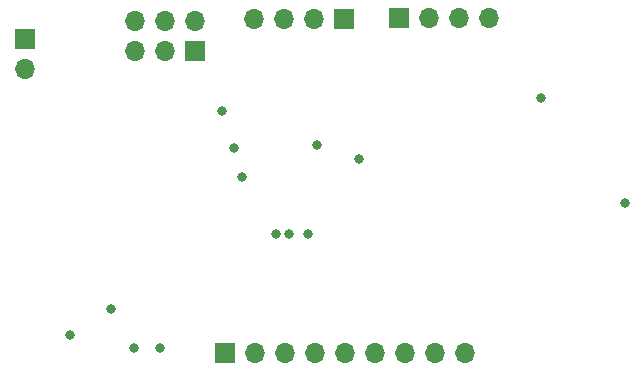
<source format=gbl>
G04 #@! TF.GenerationSoftware,KiCad,Pcbnew,(5.1.5)-3*
G04 #@! TF.CreationDate,2020-12-01T08:46:11+03:00*
G04 #@! TF.ProjectId,project3_4layer,70726f6a-6563-4743-935f-346c61796572,1*
G04 #@! TF.SameCoordinates,Original*
G04 #@! TF.FileFunction,Copper,L4,Bot*
G04 #@! TF.FilePolarity,Positive*
%FSLAX46Y46*%
G04 Gerber Fmt 4.6, Leading zero omitted, Abs format (unit mm)*
G04 Created by KiCad (PCBNEW (5.1.5)-3) date 2020-12-01 08:46:11*
%MOMM*%
%LPD*%
G04 APERTURE LIST*
%ADD10O,1.700000X1.700000*%
%ADD11R,1.700000X1.700000*%
%ADD12C,0.800000*%
G04 APERTURE END LIST*
D10*
X106299000Y-124206000D03*
X106299000Y-126746000D03*
X108839000Y-124206000D03*
X108839000Y-126746000D03*
X111379000Y-124206000D03*
D11*
X111379000Y-126746000D03*
D10*
X116332000Y-124002000D03*
X118872000Y-124002000D03*
X121412000Y-124002000D03*
D11*
X123952000Y-124002000D03*
D10*
X136271000Y-123952000D03*
X133731000Y-123952000D03*
X131191000Y-123952000D03*
D11*
X128651000Y-123952000D03*
D10*
X134230000Y-152284000D03*
X131690000Y-152284000D03*
X129150000Y-152284000D03*
X126610000Y-152284000D03*
X124070000Y-152284000D03*
X121530000Y-152284000D03*
X118990000Y-152284000D03*
X116450000Y-152284000D03*
D11*
X113910000Y-152284000D03*
D10*
X96990000Y-128270000D03*
D11*
X96990000Y-125730000D03*
D12*
X104243800Y-148567400D03*
X147716100Y-139573000D03*
X120904000Y-142183400D03*
X106184600Y-151818600D03*
X115361200Y-137405500D03*
X114610200Y-134900900D03*
X113675700Y-131819700D03*
X108410400Y-151844100D03*
X121642800Y-134671200D03*
X118191700Y-142177000D03*
X119346500Y-142177200D03*
X100776600Y-150773600D03*
X140611800Y-130683000D03*
X125269500Y-135813500D03*
M02*

</source>
